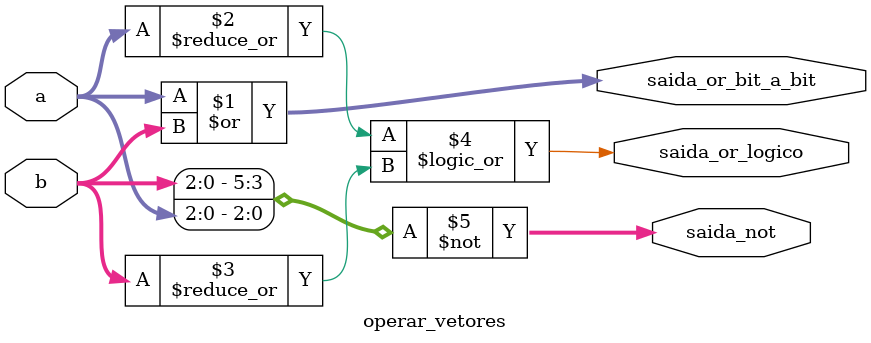
<source format=v>
module operar_vetores( 
    input [2:0] a,
    input [2:0] b,
    output [2:0] saida_or_bit_a_bit,
    output saida_or_logico,
    output [5:0] saida_not
);

// OR bit a bit
assign saida_or_bit_a_bit = a | b;

// OR lógico
assign saida_or_logico = (|a) || (|b);

// NOT (B concatenado com A)
assign saida_not = ~{b, a};

endmodule
</source>
